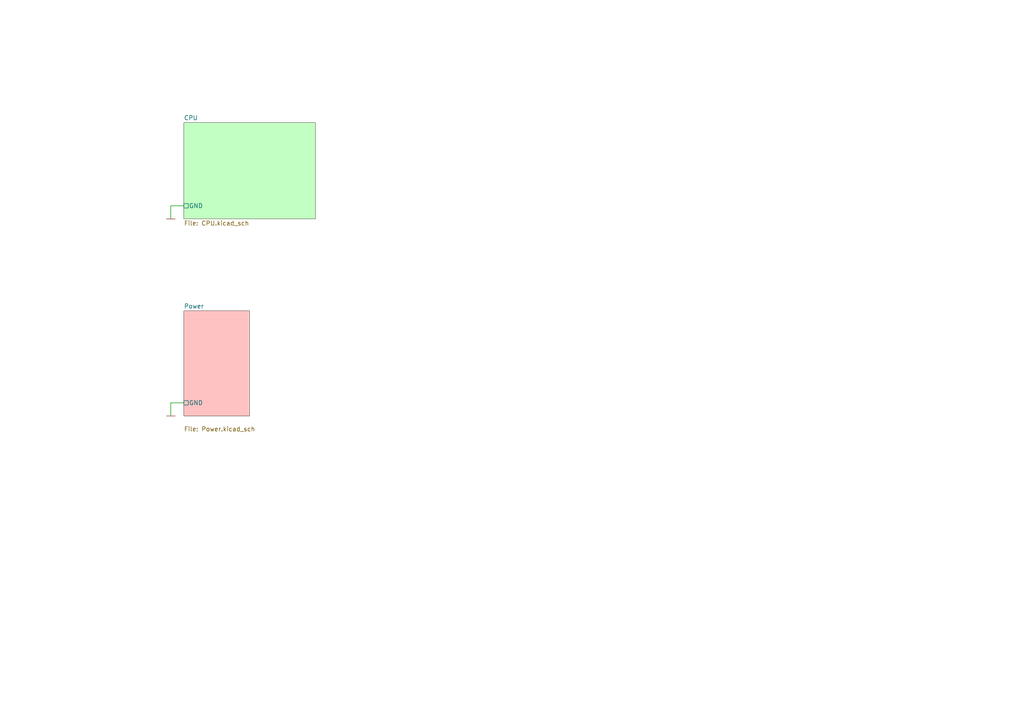
<source format=kicad_sch>
(kicad_sch (version 20200827) (generator eeschema)
  (page 1 3)
  (paper "A4")
  (lib_symbols
    (symbol "power:GND" (power) (pin_names (offset 0.254))
      (symbol "GND_0_1"
        (polyline (pts (xy -1.27 0) (xy 1.27 0)) (stroke (width 0.127)))
      )
      (symbol "GND_1_1"
        (pin power_in line (at 0 0 270) (length 0) hide (name "GND") (number "1"))
      )
    )
  )
  (wire (pts (xy 49.53 59.69) (xy 53.34 59.69)))
  (wire (pts (xy 49.53 63.5) (xy 49.53 59.69)))
  (wire (pts (xy 49.53 116.84) (xy 53.34 116.84)))
  (wire (pts (xy 49.53 120.65) (xy 49.53 116.84)))
  (symbol (lib_id "power:GND") (at 49.53 63.5 0) (unit 1)
    (property "Reference" "#PWR?" (effects hide))
    (property "Value" "GND" (effects hide))
  )
  (symbol (lib_id "power:GND") (at 49.53 120.65 0) (unit 1)
    (property "Reference" "#PWR?" (effects hide))
    (property "Value" "GND" (effects hide))
  )
  (sheet (at 53.34 35.56) (size 38.1 27.94) (stroke (width 0.001) (color 0 0 0 1)) (fill (color 194 255 194 1.0000))
    (property "Sheet name" "CPU" (at 53.34 34.9241 0) (effects (justify left bottom)))
    (property "Sheet file" "CPU.kicad_sch" (at 53.34 64.0089 0) (effects (justify left top)))
    (pin "GND" passive (at 53.34 59.69 180))
  )
  (sheet (at 53.34 90.17) (size 19.05 30.48) (stroke (width 0.001) (color 0 0 0 1)) (fill (color 255 194 194 1.0000))
    (property "Sheet name" "Power" (at 53.34 89.5341 0) (effects (justify left bottom)))
    (property "Sheet file" "Power.kicad_sch" (at 53.34 123.6989 0) (effects (justify left top)))
    (pin "GND" passive (at 53.34 116.84 180))
  )
)
</source>
